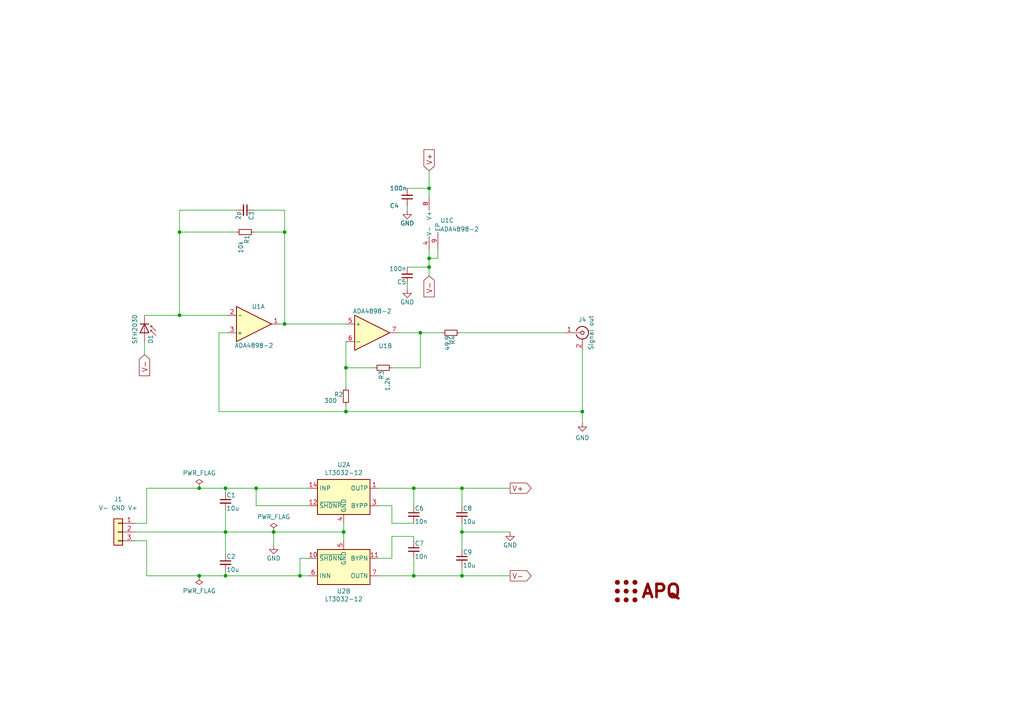
<source format=kicad_sch>
(kicad_sch (version 20230121) (generator eeschema)
  (paper "A4")
  (title_block (title "SFH203 Photodetector") (date "2023-11-27") (rev "2.2.2") (company "Atoms-Photons-Quanta, Institut für Angewandte Physik, TU Darmstadt") (comment 1 "Tilman Preuschoff"))
  (lib_symbols
    (symbol "Amplifier_Operational:ADA4898-2" (pin_names (offset 0.127))
      (property "Reference" "U" (at 0 5.08 0))
      (property "Value" "ADA4898-2" (at 0 -5.08 0))
      (symbol "ADA4898-2_1_1"
        (polyline (pts (xy -5.08 5.08) (xy 5.08 0) (xy -5.08 -5.08) (xy -5.08 5.08)) (stroke (width 0.254)) (fill (type background)))
        (pin output line (at 7.62 0 180) (length 2.54) (name "~") (number "1"))
        (pin input line (at -7.62 -2.54 0) (length 2.54) (name "-") (number "2"))
        (pin input line (at -7.62 2.54 0) (length 2.54) (name "+") (number "3"))
      )
      (symbol "ADA4898-2_2_1"
        (polyline (pts (xy -5.08 5.08) (xy 5.08 0) (xy -5.08 -5.08) (xy -5.08 5.08)) (stroke (width 0.254)) (fill (type background)))
        (pin input line (at -7.62 2.54 0) (length 2.54) (name "+") (number "5"))
        (pin input line (at -7.62 -2.54 0) (length 2.54) (name "-") (number "6"))
        (pin output line (at 7.62 0 180) (length 2.54) (name "~") (number "7"))
      )
      (symbol "ADA4898-2_3_1"
        (pin power_in line (at -2.54 -7.62 90) (length 3.81) (name "V-") (number "4"))
        (pin power_in line (at -2.54 7.62 270) (length 3.81) (name "V+") (number "8"))
        (pin passive line (at 0 -7.62 90) (length 5.08) (name "EP") (number "9"))
      )
    )
    (symbol "Connector:Conn_Coaxial" (pin_names (offset 1.016) hide)
      (property "Reference" "J" (at 0.254 3.048 0))
      (property "Value" "Conn_Coaxial" (at 2.921 0 90))
      (symbol "Conn_Coaxial_0_1"
        (arc (start -1.778 -0.508) (mid 0.2311 -1.8066) (end 1.778 0) (stroke (width 0.254)))
        (polyline (pts (xy -2.54 0) (xy -0.508 0)))
        (polyline (pts (xy 0 -2.54) (xy 0 -1.778)))
        (circle (center 0 0) (radius 0.508) (stroke (width 0.2032)))
        (arc (start 1.778 0) (mid 0.2099 1.8101) (end -1.778 0.508) (stroke (width 0.254)))
      )
      (symbol "Conn_Coaxial_1_1"
        (pin passive line (at -5.08 0 0) (length 2.54) (name "In") (number "1"))
        (pin passive line (at 0 -5.08 90) (length 2.54) (name "Ext") (number "2"))
      )
    )
    (symbol "Connector_Generic:Conn_01x03" (pin_names (offset 1.016) hide)
      (property "Reference" "J" (at 0 5.08 0))
      (property "Value" "Conn_01x03" (at 0 -5.08 0))
      (symbol "Conn_01x03_1_1"
        (rectangle (start -1.27 -2.413) (end 0 -2.667) (stroke (width 0.1524)))
        (rectangle (start -1.27 0.127) (end 0 -0.127) (stroke (width 0.1524)))
        (rectangle (start -1.27 2.667) (end 0 2.413) (stroke (width 0.1524)))
        (rectangle (start -1.27 3.81) (end 1.27 -3.81) (stroke (width 0.254)) (fill (type background)))
        (pin passive line (at -5.08 2.54 0) (length 3.81) (name "Pin_1") (number "1"))
        (pin passive line (at -5.08 0 0) (length 3.81) (name "Pin_2") (number "2"))
        (pin passive line (at -5.08 -2.54 0) (length 3.81) (name "Pin_3") (number "3"))
      )
    )
    (symbol "Custom_logos:Logo_APQ" (pin_names (offset 1.016))
      (symbol "Logo_APQ_0_0"
        (text "APQ" (at 17.78 0 0) (effects (font (size 3.81 3.81) bold)))
      )
      (symbol "Logo_APQ_0_1"
        (circle (center 5.08 0) (radius 0.635) (fill (type outline)))
        (circle (center 5.08 2.54) (radius 0.635) (fill (type outline)))
        (circle (center 7.62 0) (radius 0.635) (fill (type outline)))
        (circle (center 7.62 2.54) (radius 0.635) (fill (type outline)))
        (circle (center 10.16 2.54) (radius 0.635) (fill (type outline)))
      )
      (symbol "Logo_APQ_1_1"
        (circle (center 5.08 -2.54) (radius 0.635) (fill (type outline)))
        (circle (center 7.62 -2.54) (radius 0.635) (fill (type outline)))
        (circle (center 10.16 -2.54) (radius 0.635) (fill (type outline)))
        (circle (center 10.16 0) (radius 0.635) (fill (type outline)))
      )
    )
    (symbol "Device:C_Small" (pin_numbers hide) (pin_names (offset 0.254) hide)
      (property "Reference" "C" (at 0.254 1.778 0))
      (property "Value" "C_Small" (at 0.254 -2.032 0))
      (symbol "C_Small_0_1"
        (polyline (pts (xy -1.524 -0.508) (xy 1.524 -0.508)) (stroke (width 0.3302)))
        (polyline (pts (xy -1.524 0.508) (xy 1.524 0.508)) (stroke (width 0.3048)))
      )
      (symbol "C_Small_1_1"
        (pin passive line (at 0 2.54 270) (length 2.032) (name "~") (number "1"))
        (pin passive line (at 0 -2.54 90) (length 2.032) (name "~") (number "2"))
      )
    )
    (symbol "Device:D_Photo" (pin_numbers hide) (pin_names hide)
      (property "Reference" "D" (at 0.508 1.778 0))
      (property "Value" "D_Photo" (at -1.016 -2.794 0))
      (symbol "D_Photo_0_1"
        (polyline (pts (xy -2.54 1.27) (xy -2.54 -1.27)) (stroke (width 0.254)))
        (polyline (pts (xy -2.032 1.778) (xy -1.524 1.778)))
        (polyline (pts (xy 0 0) (xy -2.54 0)))
        (polyline (pts (xy -0.508 3.302) (xy -2.032 1.778) (xy -2.032 2.286)))
        (polyline (pts (xy 0 -1.27) (xy 0 1.27) (xy -2.54 0) (xy 0 -1.27)) (stroke (width 0.254)))
        (polyline (pts (xy 0.762 3.302) (xy -0.762 1.778) (xy -0.762 2.286) (xy -0.762 1.778) (xy -0.254 1.778)))
      )
      (symbol "D_Photo_1_1"
        (pin passive line (at -5.08 0 0) (length 2.54) (name "K") (number "1"))
        (pin passive line (at 2.54 0 180) (length 2.54) (name "A") (number "2"))
      )
    )
    (symbol "Device:R_Small" (pin_numbers hide) (pin_names (offset 0.254) hide)
      (property "Reference" "R" (at 0.762 0.508 0))
      (property "Value" "R_Small" (at 0.762 -1.016 0))
      (symbol "R_Small_0_1"
        (rectangle (start -0.762 1.778) (end 0.762 -1.778) (stroke (width 0.2032)))
      )
      (symbol "R_Small_1_1"
        (pin passive line (at 0 2.54 270) (length 0.762) (name "~") (number "1"))
        (pin passive line (at 0 -2.54 90) (length 0.762) (name "~") (number "2"))
      )
    )
    (symbol "Regulator_Linear:LT3032-12"
      (property "Reference" "U" (at -6.35 6.35 0))
      (property "Value" "LT3032-12" (at 1.27 6.35 0))
      (symbol "LT3032-12_0_1"
        (rectangle (start -7.62 5.08) (end 7.62 -5.08) (stroke (width 0.254)) (fill (type background)))
      )
      (symbol "LT3032-12_1_1"
        (pin power_out line (at 10.16 2.54 180) (length 2.54) (name "OUTP") (number "1"))
        (pin input line (at -10.16 -2.54 0) (length 2.54) (name "~{SHDNP}") (number "12"))
        (pin no_connect line (at 7.62 -5.08 180) (length 2.54) hide (name "NC") (number "13"))
        (pin power_in line (at -10.16 2.54 0) (length 2.54) (name "INP") (number "14"))
        (pin no_connect line (at 7.62 0 180) (length 2.54) hide (name "NC") (number "2"))
        (pin passive line (at 10.16 -2.54 180) (length 2.54) (name "BYPP") (number "3"))
        (pin power_in line (at 0 -7.62 90) (length 2.54) (name "GND") (number "4"))
      )
      (symbol "LT3032-12_2_1"
        (pin input line (at -10.16 -2.54 0) (length 2.54) (name "~{SHDNN}") (number "10"))
        (pin passive line (at 10.16 -2.54 180) (length 2.54) (name "BYPN") (number "11"))
        (pin power_in line (at 0 -7.62 90) (length 2.54) (name "GND") (number "5"))
        (pin power_in line (at -10.16 2.54 0) (length 2.54) (name "INN") (number "6"))
        (pin power_out line (at 10.16 2.54 180) (length 2.54) (name "OUTN") (number "7"))
        (pin no_connect line (at 7.62 0 180) (length 2.54) hide (name "NC") (number "8"))
        (pin passive line (at -10.16 2.54 0) (length 2.54) hide (name "INN") (number "9"))
      )
    )
    (symbol "power:GND" (power) (pin_names (offset 0))
      (property "Value" "GND" (at 0 -3.81 0))
      (symbol "GND_0_1"
        (polyline (pts (xy 0 0) (xy 0 -1.27) (xy 1.27 -1.27) (xy 0 -2.54) (xy -1.27 -1.27) (xy 0 -1.27)))
      )
      (symbol "GND_1_1"
        (pin power_in line (at 0 0 270) (length 0) hide (name "GND") (number "1"))
      )
    )
    (symbol "power:PWR_FLAG" (power) (pin_numbers hide) (pin_names (offset 0) hide)
      (property "Value" "PWR_FLAG" (at 0 3.81 0))
      (symbol "PWR_FLAG_0_0"
        (pin power_out line (at 0 0 90) (length 0) (name "pwr") (number "1"))
      )
      (symbol "PWR_FLAG_0_1"
        (polyline (pts (xy 0 0) (xy 0 1.27) (xy -1.016 1.905) (xy 0 2.54) (xy 1.016 1.905) (xy 0 1.27)))
      )
    )
  )
  (junction (at 82.55 67.31))
  (junction (at 57.785 141.605))
  (junction (at 133.985 167.005))
  (junction (at 86.995 167.005))
  (junction (at 65.405 141.605))
  (junction (at 124.46 74.93))
  (junction (at 124.46 54.61))
  (junction (at 52.07 67.31))
  (junction (at 124.46 77.47))
  (junction (at 57.785 167.005))
  (junction (at 133.985 154.305))
  (junction (at 99.695 154.305))
  (junction (at 121.92 96.52))
  (junction (at 133.985 141.605))
  (junction (at 120.015 167.005))
  (junction (at 65.405 154.305))
  (junction (at 100.33 119.38))
  (junction (at 120.015 141.605))
  (junction (at 79.375 154.305))
  (junction (at 52.07 91.44))
  (junction (at 82.55 93.98))
  (junction (at 168.91 119.38))
  (junction (at 100.33 106.68))
  (junction (at 74.295 141.605))
  (junction (at 65.405 167.005))
  (wire (pts (xy 124.46 74.93) (xy 124.46 77.47)))
  (wire (pts (xy 74.295 146.685) (xy 74.295 141.605)))
  (wire (pts (xy 118.11 59.69) (xy 118.11 60.96)))
  (wire (pts (xy 133.985 164.465) (xy 133.985 167.005)))
  (wire (pts (xy 133.985 154.305) (xy 147.955 154.305)))
  (wire (pts (xy 39.37 154.305) (xy 65.405 154.305)))
  (wire (pts (xy 66.04 96.52) (xy 63.5 96.52)))
  (wire (pts (xy 120.015 141.605) (xy 133.985 141.605)))
  (wire (pts (xy 52.07 91.44) (xy 41.91 91.44)))
  (wire (pts (xy 133.985 154.305) (xy 133.985 159.385)))
  (wire (pts (xy 133.985 167.005) (xy 147.955 167.005)))
  (wire (pts (xy 81.28 93.98) (xy 82.55 93.98)))
  (wire (pts (xy 109.855 146.685) (xy 113.665 146.685)))
  (wire (pts (xy 120.015 155.575) (xy 120.015 156.845)))
  (wire (pts (xy 99.695 154.305) (xy 99.695 151.765)))
  (wire (pts (xy 124.46 54.61) (xy 124.46 57.15)))
  (wire (pts (xy 82.55 60.96) (xy 82.55 67.31)))
  (wire (pts (xy 82.55 67.31) (xy 82.55 93.98)))
  (wire (pts (xy 63.5 119.38) (xy 100.33 119.38)))
  (wire (pts (xy 100.33 106.68) (xy 100.33 112.395)))
  (wire (pts (xy 42.545 167.005) (xy 42.545 156.845)))
  (wire (pts (xy 65.405 154.305) (xy 79.375 154.305)))
  (wire (pts (xy 65.405 154.305) (xy 65.405 160.655)))
  (wire (pts (xy 42.545 151.765) (xy 42.545 141.605)))
  (wire (pts (xy 121.92 96.52) (xy 128.27 96.52)))
  (wire (pts (xy 73.66 60.96) (xy 82.55 60.96)))
  (wire (pts (xy 113.665 106.68) (xy 121.92 106.68)))
  (wire (pts (xy 127 72.39) (xy 127 74.93)))
  (wire (pts (xy 52.07 67.31) (xy 52.07 60.96)))
  (wire (pts (xy 133.985 141.605) (xy 147.955 141.605)))
  (wire (pts (xy 73.66 67.31) (xy 82.55 67.31)))
  (wire (pts (xy 109.855 167.005) (xy 120.015 167.005)))
  (wire (pts (xy 124.46 54.61) (xy 118.11 54.61)))
  (wire (pts (xy 133.35 96.52) (xy 163.83 96.52)))
  (wire (pts (xy 52.07 67.31) (xy 52.07 91.44)))
  (wire (pts (xy 86.995 167.005) (xy 89.535 167.005)))
  (wire (pts (xy 124.46 49.53) (xy 124.46 54.61)))
  (wire (pts (xy 120.015 167.005) (xy 133.985 167.005)))
  (wire (pts (xy 100.33 119.38) (xy 168.91 119.38)))
  (wire (pts (xy 109.855 141.605) (xy 120.015 141.605)))
  (wire (pts (xy 115.57 96.52) (xy 121.92 96.52)))
  (wire (pts (xy 42.545 156.845) (xy 39.37 156.845)))
  (wire (pts (xy 124.46 72.39) (xy 124.46 74.93)))
  (wire (pts (xy 57.785 141.605) (xy 65.405 141.605)))
  (wire (pts (xy 120.015 141.605) (xy 120.015 146.685)))
  (wire (pts (xy 109.855 161.925) (xy 113.665 161.925)))
  (wire (pts (xy 113.665 146.685) (xy 113.665 151.765)))
  (wire (pts (xy 118.11 82.55) (xy 118.11 83.82)))
  (wire (pts (xy 120.015 151.765) (xy 113.665 151.765)))
  (wire (pts (xy 74.295 141.605) (xy 89.535 141.605)))
  (wire (pts (xy 65.405 142.875) (xy 65.405 141.605)))
  (wire (pts (xy 68.58 67.31) (xy 52.07 67.31)))
  (wire (pts (xy 127 74.93) (xy 124.46 74.93)))
  (wire (pts (xy 121.92 96.52) (xy 121.92 106.68)))
  (wire (pts (xy 124.46 77.47) (xy 124.46 80.01)))
  (wire (pts (xy 100.33 106.68) (xy 108.585 106.68)))
  (wire (pts (xy 168.91 119.38) (xy 168.91 122.555)))
  (wire (pts (xy 120.015 161.925) (xy 120.015 167.005)))
  (wire (pts (xy 65.405 167.005) (xy 86.995 167.005)))
  (wire (pts (xy 57.785 167.005) (xy 65.405 167.005)))
  (wire (pts (xy 100.33 99.06) (xy 100.33 106.68)))
  (wire (pts (xy 89.535 161.925) (xy 86.995 161.925)))
  (wire (pts (xy 118.11 77.47) (xy 124.46 77.47)))
  (wire (pts (xy 82.55 93.98) (xy 100.33 93.98)))
  (wire (pts (xy 65.405 141.605) (xy 74.295 141.605)))
  (wire (pts (xy 41.91 102.87) (xy 41.91 99.06)))
  (wire (pts (xy 100.33 117.475) (xy 100.33 119.38)))
  (wire (pts (xy 113.665 155.575) (xy 120.015 155.575)))
  (wire (pts (xy 65.405 147.955) (xy 65.405 154.305)))
  (wire (pts (xy 39.37 151.765) (xy 42.545 151.765)))
  (wire (pts (xy 42.545 141.605) (xy 57.785 141.605)))
  (wire (pts (xy 86.995 161.925) (xy 86.995 167.005)))
  (wire (pts (xy 99.695 154.305) (xy 99.695 156.845)))
  (wire (pts (xy 79.375 154.305) (xy 99.695 154.305)))
  (wire (pts (xy 63.5 96.52) (xy 63.5 119.38)))
  (wire (pts (xy 65.405 165.735) (xy 65.405 167.005)))
  (wire (pts (xy 168.91 101.6) (xy 168.91 119.38)))
  (wire (pts (xy 74.295 146.685) (xy 89.535 146.685)))
  (wire (pts (xy 133.985 141.605) (xy 133.985 146.685)))
  (wire (pts (xy 66.04 91.44) (xy 52.07 91.44)))
  (wire (pts (xy 42.545 167.005) (xy 57.785 167.005)))
  (wire (pts (xy 79.375 154.305) (xy 79.375 158.115)))
  (wire (pts (xy 52.07 60.96) (xy 68.58 60.96)))
  (wire (pts (xy 133.985 151.765) (xy 133.985 154.305)))
  (wire (pts (xy 113.665 155.575) (xy 113.665 161.925)))
  (global_label "V+" (shape output) (at 147.955 141.605 0) (effects (font (size 1.524 1.524))) (property "Intersheetrefs" "${INTERSHEET_REFS}" (effects hide)))
  (global_label "V-" (shape input) (at 124.46 80.01 270) (effects (font (size 1.524 1.524))) (property "Intersheetrefs" "${INTERSHEET_REFS}" (effects hide)))
  (global_label "V-" (shape input) (at 41.91 102.87 270) (effects (font (size 1.524 1.524))) (property "Intersheetrefs" "${INTERSHEET_REFS}" (effects hide)))
  (global_label "V-" (shape output) (at 147.955 167.005 0) (effects (font (size 1.524 1.524))) (property "Intersheetrefs" "${INTERSHEET_REFS}" (effects hide)))
  (global_label "V+" (shape input) (at 124.46 49.53 90) (effects (font (size 1.524 1.524))) (property "Intersheetrefs" "${INTERSHEET_REFS}" (effects hide)))
  (symbol (lib_id "Device:D_Photo") (at 41.91 96.52 270) (unit 1)
    (property "Reference" "D1" (at 43.688 97.028 0) (effects (justify left)))
    (property "Value" "SFH2030" (at 39.116 95.504 0))
    (property "Footprint" "custom:PhotoDiode_SFH2030" (effects hide))
    (property "MFN" "Osram" (effects hide))
    (property "PN" "SFH203-FA" (effects hide))
  )
  (symbol (lib_id "Regulator_Linear:LT3032-12") (at 99.695 144.145 0) (unit 1)
    (property "Reference" "U2" (at 99.695 134.8232 0))
    (property "Value" "LT3032-12" (at 99.695 137.1346 0))
    (property "Footprint" "Package_DFN_QFN:Linear_DE14MA" (effects hide))
    (property "Datasheet" "https://www.analog.com/media/en/technical-documentation/data-sheets/3032ff.pdf" (effects hide))
    (property "MFN" "Analog Devices" (effects hide))
    (property "PN" "LT3032EDE-12#PBF" (effects hide))
  )
  (symbol (lib_id "Amplifier_Operational:ADA4898-2") (at 73.66 93.98 0) (mirror x) (unit 1)
    (property "Reference" "U1" (at 74.93 88.9 0))
    (property "Value" "ADA4898-2" (at 73.66 100.2229 0))
    (property "Footprint" "Package_SO:SOIC-8-1EP_3.9x4.9mm_P1.27mm_EP2.41x3.81mm" (effects hide))
    (property "Datasheet" "https://www.analog.com/media/en/technical-documentation/data-sheets/ada4898-1_4898-2.pdf" (effects hide))
    (property "MFN" "Analog Devices" (effects hide))
    (property "PN" "ADA4898-2YRDZ" (effects hide))
  )
  (symbol (lib_id "power:GND") (at 118.11 60.96 0) (unit 1)
    (property "Reference" "#PWR02" (effects hide))
    (property "Value" "GND" (at 118.11 64.77 0))
  )
  (symbol (lib_id "Connector:Conn_Coaxial") (at 168.91 96.52 0) (unit 1)
    (property "Reference" "J4" (at 168.91 92.71 0))
    (property "Value" "Signal out" (at 171.45 96.52 90))
    (property "Footprint" "custom:SMA_Molex_73251-2120_EdgeMount_Horizontal_mod" (effects hide))
    (property "Datasheet" " ~" (effects hide))
    (property "MFN" "Molex" (effects hide))
    (property "PN" "73251-2122" (effects hide))
  )
  (symbol (lib_id "Custom_logos:Logo_APQ") (at 173.99 171.45 0) (unit 1)
    (property "Reference" "LOGO1" (effects hide))
    (property "Value" "Logo_APQ" (effects hide))
    (property "Footprint" "custom:APQ-Logo_small" (effects hide))
  )
  (symbol (lib_id "Device:C_Small") (at 65.405 145.415 0) (unit 1)
    (property "Reference" "C1" (at 65.659 143.637 0) (effects (justify left)))
    (property "Value" "10u" (at 65.659 147.447 0) (effects (justify left)))
    (property "Footprint" "Capacitor_SMD:C_1210_3225Metric" (effects hide))
    (property "MFN" "Yageo" (effects hide))
    (property "PN" "CC1210ZKY5V9BB106" (effects hide))
  )
  (symbol (lib_id "Device:C_Small") (at 133.985 149.225 0) (unit 1)
    (property "Reference" "C8" (at 134.239 147.447 0) (effects (justify left)))
    (property "Value" "10u" (at 134.239 151.257 0) (effects (justify left)))
    (property "Footprint" "Capacitor_SMD:C_1210_3225Metric" (effects hide))
    (property "MFN" "Yageo" (effects hide))
    (property "PN" "CC1210ZKY5V9BB106" (effects hide))
  )
  (symbol (lib_id "Device:C_Small") (at 118.11 80.01 180) (unit 1)
    (property "Reference" "C5" (at 117.856 81.788 0) (effects (justify left)))
    (property "Value" "100n" (at 117.856 77.978 0) (effects (justify left)))
    (property "Footprint" "Capacitor_SMD:C_0603_1608Metric" (effects hide))
    (property "MFN" "Wurth Electronics" (effects hide))
    (property "PN" "885012206071" (effects hide))
  )
  (symbol (lib_id "Device:C_Small") (at 118.11 57.15 0) (mirror x) (unit 1)
    (property "Reference" "C4" (at 113.03 59.69 0) (effects (justify left)))
    (property "Value" "100n" (at 113.03 54.61 0) (effects (justify left)))
    (property "Footprint" "Capacitor_SMD:C_0603_1608Metric" (effects hide))
    (property "MFN" "Wurth Electronics" (effects hide))
    (property "PN" "885012206071" (effects hide))
  )
  (symbol (lib_id "Device:R_Small") (at 130.81 96.52 270) (unit 1)
    (property "Reference" "R4" (at 131.318 97.282 0) (effects (justify left)))
    (property "Value" "49.9" (at 129.794 97.282 0) (effects (justify left)))
    (property "Footprint" "Resistor_SMD:R_1206_3216Metric" (effects hide))
    (property "MFN" "Yageo" (effects hide))
    (property "PN" "RT1206FRE0749R9L" (effects hide))
  )
  (symbol (lib_id "Device:R_Small") (at 100.33 114.935 0) (mirror y) (unit 1)
    (property "Reference" "R2" (at 99.568 114.427 0) (effects (justify left)))
    (property "Value" "300" (at 97.79 116.205 0) (effects (justify left)))
    (property "Footprint" "Resistor_SMD:R_0603_1608Metric" (effects hide))
    (property "MFN" "Yageo" (effects hide))
    (property "PN" "RC0603FR-07300RL" (effects hide))
  )
  (symbol (lib_id "Device:C_Small") (at 65.405 163.195 0) (unit 1)
    (property "Reference" "C2" (at 65.659 161.417 0) (effects (justify left)))
    (property "Value" "10u" (at 65.659 165.227 0) (effects (justify left)))
    (property "Footprint" "Capacitor_SMD:C_1210_3225Metric" (effects hide))
    (property "MFN" "Yageo" (effects hide))
    (property "PN" "CC1210ZKY5V9BB106" (effects hide))
  )
  (symbol (lib_id "Device:R_Small") (at 71.12 67.31 270) (unit 1)
    (property "Reference" "R1" (at 71.628 68.072 0) (effects (justify left)))
    (property "Value" "10k" (at 69.85 69.85 0) (effects (justify left)))
    (property "Footprint" "Resistor_SMD:R_0603_1608Metric" (effects hide))
    (property "MFN" "Yageo" (effects hide))
    (property "PN" "RT0603FRE0710KL " (effects hide))
  )
  (symbol (lib_id "power:GND") (at 168.91 122.555 0) (unit 1)
    (property "Reference" "#PWR0101" (effects hide))
    (property "Value" "GND" (at 168.91 127 0))
  )
  (symbol (lib_id "Device:R_Small") (at 111.125 106.68 90) (mirror x) (unit 1)
    (property "Reference" "R3" (at 110.617 107.442 0) (effects (justify left)))
    (property "Value" "1.2k" (at 112.395 109.22 0) (effects (justify left)))
    (property "Footprint" "Resistor_SMD:R_0603_1608Metric" (effects hide))
    (property "MFN" "Yageo" (effects hide))
    (property "PN" "RT0603FRE071K2L" (effects hide))
  )
  (symbol (lib_id "power:PWR_FLAG") (at 79.375 154.305 0) (unit 1)
    (property "Reference" "#FLG03" (effects hide))
    (property "Value" "PWR_FLAG" (at 79.375 149.9108 0))
  )
  (symbol (lib_id "power:PWR_FLAG") (at 57.785 167.005 180) (unit 1)
    (property "Reference" "#FLG02" (effects hide))
    (property "Value" "PWR_FLAG" (at 57.785 171.3992 0))
  )
  (symbol (lib_id "Device:C_Small") (at 133.985 161.925 0) (unit 1)
    (property "Reference" "C9" (at 134.239 160.147 0) (effects (justify left)))
    (property "Value" "10u" (at 134.239 163.957 0) (effects (justify left)))
    (property "Footprint" "Capacitor_SMD:C_1210_3225Metric" (effects hide))
    (property "MFN" "Yageo" (effects hide))
    (property "PN" "CC1210ZKY5V9BB106" (effects hide))
  )
  (symbol (lib_id "Device:C_Small") (at 71.12 60.96 270) (unit 1)
    (property "Reference" "C3" (at 72.898 61.214 0) (effects (justify left)))
    (property "Value" "2p" (at 69.088 61.214 0) (effects (justify left)))
    (property "Footprint" "Capacitor_SMD:C_0603_1608Metric" (effects hide))
    (property "MFN" "Walsin" (effects hide))
    (property "PN" "0603N2R0C500CT" (effects hide))
  )
  (symbol (lib_id "power:GND") (at 118.11 83.82 0) (unit 1)
    (property "Reference" "#PWR03" (effects hide))
    (property "Value" "GND" (at 118.11 87.63 0))
  )
  (symbol (lib_id "Amplifier_Operational:ADA4898-2") (at 127 64.77 0) (unit 3)
    (property "Reference" "U1" (at 127.635 63.9353 0) (effects (justify left)))
    (property "Value" "ADA4898-2" (at 127.635 66.4722 0) (effects (justify left)))
    (property "Footprint" "Package_SO:SOIC-8-1EP_3.9x4.9mm_P1.27mm_EP2.41x3.81mm" (effects hide))
    (property "Datasheet" "https://www.analog.com/media/en/technical-documentation/data-sheets/ada4898-1_4898-2.pdf" (effects hide))
    (property "MFN" "Analog Devices" (effects hide))
    (property "PN" "ADA4898-2YRDZ" (effects hide))
  )
  (symbol (lib_id "Regulator_Linear:LT3032-12") (at 99.695 164.465 0) (mirror x) (unit 2)
    (property "Reference" "U2" (at 99.695 171.45 0))
    (property "Value" "LT3032-12" (at 99.695 173.7614 0))
    (property "Footprint" "Package_DFN_QFN:Linear_DE14MA" (effects hide))
    (property "Datasheet" "https://www.analog.com/media/en/technical-documentation/data-sheets/3032ff.pdf" (effects hide))
    (property "MFN" "Analog Devices" (effects hide))
    (property "PN" "LT3032EDE-12#PBF" (effects hide))
  )
  (symbol (lib_id "Connector_Generic:Conn_01x03") (at 34.29 154.305 0) (mirror y) (unit 1)
    (property "Reference" "J1" (at 34.29 144.78 0))
    (property "Value" "V- GND V+" (at 34.29 147.32 0))
    (property "Footprint" "Connector_JST:JST_PH_S3B-PH-K_1x03_P2.00mm_Horizontal" (effects hide))
    (property "MFN" "JST" (effects hide))
    (property "PN" "S3B-PH-K-S(LF)(SN)" (effects hide))
  )
  (symbol (lib_id "Amplifier_Operational:ADA4898-2") (at 107.95 96.52 0) (unit 2)
    (property "Reference" "U1" (at 111.76 100.33 0))
    (property "Value" "ADA4898-2" (at 107.95 90.2771 0))
    (property "Footprint" "Package_SO:SOIC-8-1EP_3.9x4.9mm_P1.27mm_EP2.41x3.81mm" (effects hide))
    (property "Datasheet" "https://www.analog.com/media/en/technical-documentation/data-sheets/ada4898-1_4898-2.pdf" (effects hide))
    (property "MFN" "Analog Devices" (effects hide))
    (property "PN" "ADA4898-2YRDZ" (effects hide))
  )
  (symbol (lib_id "power:GND") (at 147.955 154.305 0) (unit 1)
    (property "Reference" "#PWR04" (effects hide))
    (property "Value" "GND" (at 147.955 158.115 0))
  )
  (symbol (lib_id "power:PWR_FLAG") (at 57.785 141.605 0) (unit 1)
    (property "Reference" "#FLG01" (effects hide))
    (property "Value" "PWR_FLAG" (at 57.785 137.2108 0))
  )
  (symbol (lib_id "Device:C_Small") (at 120.015 149.225 0) (unit 1)
    (property "Reference" "C6" (at 120.269 147.447 0) (effects (justify left)))
    (property "Value" "10n" (at 120.269 151.257 0) (effects (justify left)))
    (property "Footprint" "Capacitor_SMD:C_0603_1608Metric" (effects hide))
    (property "MFN" "Murata Electronics" (effects hide))
    (property "PN" "GRM1885C1H103JA01D" (effects hide))
  )
  (symbol (lib_id "power:GND") (at 79.375 158.115 0) (unit 1)
    (property "Reference" "#PWR01" (effects hide))
    (property "Value" "GND" (at 79.375 161.925 0))
  )
  (symbol (lib_id "Device:C_Small") (at 120.015 159.385 0) (unit 1)
    (property "Reference" "C7" (at 120.269 157.607 0) (effects (justify left)))
    (property "Value" "10n" (at 120.269 161.417 0) (effects (justify left)))
    (property "Footprint" "Capacitor_SMD:C_0603_1608Metric" (effects hide))
    (property "MFN" "Murata Electronics" (effects hide))
    (property "PN" "GRM1885C1H103JA01D" (effects hide))
  )
)
</source>
